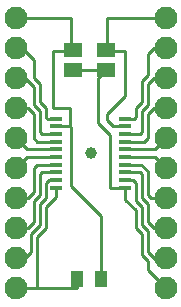
<source format=gbr>
G04 EAGLE Gerber RS-274X export*
G75*
%MOMM*%
%FSLAX34Y34*%
%LPD*%
%INTop Copper*%
%IPPOS*%
%AMOC8*
5,1,8,0,0,1.08239X$1,22.5*%
G01*
%ADD10R,0.990600X0.304800*%
%ADD11R,1.500000X1.300000*%
%ADD12C,1.930400*%
%ADD13R,1.100000X1.400000*%
%ADD14C,1.000000*%
%ADD15C,0.254000*%


D10*
X53372Y181650D03*
X53372Y175150D03*
X53372Y168650D03*
X53372Y162150D03*
X53372Y155650D03*
X53372Y149150D03*
X53372Y142650D03*
X53372Y136150D03*
X111728Y136150D03*
X111728Y142650D03*
X111728Y149150D03*
X111728Y155650D03*
X111728Y162150D03*
X111728Y168650D03*
X111728Y175150D03*
X111728Y181650D03*
X53372Y129650D03*
X53372Y123150D03*
X111728Y129650D03*
X111728Y123150D03*
D11*
X67310Y239640D03*
X67310Y222640D03*
X95250Y239640D03*
X95250Y222640D03*
D12*
X146050Y266700D03*
X146050Y241300D03*
X146050Y215900D03*
X146050Y190500D03*
X146050Y165100D03*
X146050Y139700D03*
X146050Y114300D03*
X146050Y88900D03*
X146050Y63500D03*
X146050Y38100D03*
X19050Y38100D03*
X19050Y63500D03*
X19050Y88900D03*
X19050Y114300D03*
X19050Y139700D03*
X19050Y165100D03*
X19050Y190500D03*
X19050Y215900D03*
X19050Y241300D03*
X19050Y266700D03*
D13*
X71280Y45720D03*
X91280Y45720D03*
D14*
X82550Y152400D03*
D15*
X111728Y129650D02*
X118000Y129650D01*
X120650Y127000D01*
X120650Y111760D01*
X125730Y106680D01*
X125730Y91440D01*
X130810Y86360D01*
X130810Y68580D01*
X138430Y60960D01*
X143510Y60960D01*
X146050Y63500D01*
X124200Y136150D02*
X111728Y136150D01*
X124200Y136150D02*
X125730Y134620D01*
X125730Y114300D01*
X130810Y109220D01*
X130810Y93980D01*
X135890Y88900D01*
X146050Y88900D01*
X125320Y142650D02*
X111728Y142650D01*
X125320Y142650D02*
X130810Y137160D01*
X130810Y116840D01*
X133350Y114300D01*
X146050Y114300D01*
X136600Y149150D02*
X111728Y149150D01*
X136600Y149150D02*
X146050Y139700D01*
X136600Y155650D02*
X111728Y155650D01*
X136600Y155650D02*
X146050Y165100D01*
X127860Y162150D02*
X111728Y162150D01*
X127860Y162150D02*
X130810Y165100D01*
X130810Y185420D01*
X135890Y190500D01*
X146050Y190500D01*
X124200Y168650D02*
X111728Y168650D01*
X124200Y168650D02*
X125730Y170180D01*
X125730Y187960D01*
X130810Y193040D01*
X130810Y210820D01*
X135890Y215900D01*
X146050Y215900D01*
X119420Y181650D02*
X111728Y181650D01*
X119420Y181650D02*
X120650Y182880D01*
X120650Y190500D01*
X125730Y195580D01*
X125730Y213360D01*
X130810Y218440D01*
X130810Y236220D01*
X135890Y241300D01*
X146050Y241300D01*
X111728Y175150D02*
X101710Y175150D01*
X96520Y180340D01*
X96520Y238760D02*
X96520Y239640D01*
X95250Y239640D01*
X96520Y266700D02*
X146050Y266700D01*
X96520Y266700D02*
X96520Y239640D01*
X96520Y185420D02*
X96520Y180340D01*
X96520Y185420D02*
X111760Y200660D01*
X111760Y238760D01*
X96520Y238760D02*
X96130Y238760D01*
X95250Y239640D01*
X96520Y238760D02*
X111760Y238760D01*
X64660Y175150D02*
X53372Y175150D01*
X64660Y175150D02*
X66040Y173770D01*
X66040Y266700D02*
X19050Y266700D01*
X66040Y266700D02*
X66040Y239640D01*
X64660Y190500D02*
X64660Y175150D01*
X64660Y190500D02*
X50800Y190500D01*
X50800Y238760D01*
X66040Y238760D02*
X66040Y239640D01*
X67310Y239640D01*
X66040Y238760D02*
X50800Y238760D01*
X66040Y173770D02*
X66040Y124460D01*
X91440Y99060D01*
X91440Y45880D01*
X91280Y45720D01*
X53372Y181650D02*
X45680Y181650D01*
X44450Y182880D01*
X44450Y190500D01*
X39370Y195580D01*
X39370Y210820D01*
X34290Y215900D01*
X34290Y231140D01*
X24130Y241300D01*
X19050Y241300D01*
X40900Y168650D02*
X53372Y168650D01*
X40900Y168650D02*
X39370Y170180D01*
X39370Y187960D01*
X34290Y193040D01*
X34290Y208280D01*
X26670Y215900D01*
X19050Y215900D01*
X37240Y162150D02*
X53372Y162150D01*
X37240Y162150D02*
X34290Y165100D01*
X34290Y185420D01*
X29210Y190500D01*
X19050Y190500D01*
X28500Y155650D02*
X53372Y155650D01*
X28500Y155650D02*
X19050Y165100D01*
X28500Y149150D02*
X53372Y149150D01*
X28500Y149150D02*
X19050Y139700D01*
X37240Y142650D02*
X53372Y142650D01*
X37240Y142650D02*
X34290Y139700D01*
X34290Y119380D01*
X29210Y114300D01*
X19050Y114300D01*
X40900Y136150D02*
X53372Y136150D01*
X40900Y136150D02*
X39370Y134620D01*
X39370Y116840D01*
X34290Y111760D01*
X34290Y93980D01*
X29210Y88900D01*
X19050Y88900D01*
X47100Y129650D02*
X53372Y129650D01*
X47100Y129650D02*
X44450Y127000D01*
X44450Y114300D01*
X39370Y109220D01*
X39370Y91440D01*
X31750Y83820D01*
X31750Y68580D01*
X26670Y63500D01*
X19050Y63500D01*
X53372Y115602D02*
X53372Y123150D01*
X53372Y115602D02*
X44450Y106680D01*
X44450Y88900D01*
X36830Y81280D01*
X38100Y38100D02*
X19050Y38100D01*
X38100Y38100D02*
X71280Y38100D01*
X71280Y45720D01*
X36830Y39370D02*
X36830Y81280D01*
X36830Y39370D02*
X38100Y38100D01*
X111728Y113062D02*
X111728Y123150D01*
X111728Y113062D02*
X120650Y104140D01*
X120650Y88900D01*
X125730Y83820D01*
X125730Y66040D01*
X130810Y60960D01*
X130810Y53340D01*
X146050Y38100D01*
X95250Y222640D02*
X93980Y222640D01*
X67310Y222640D01*
X93980Y222640D02*
X93980Y223520D01*
X99060Y123150D02*
X111728Y123150D01*
X99060Y123150D02*
X99060Y167640D01*
X88900Y177800D01*
X95250Y222250D02*
X95250Y222640D01*
X88900Y215900D02*
X88900Y177800D01*
X88900Y215900D02*
X95250Y222250D01*
M02*

</source>
